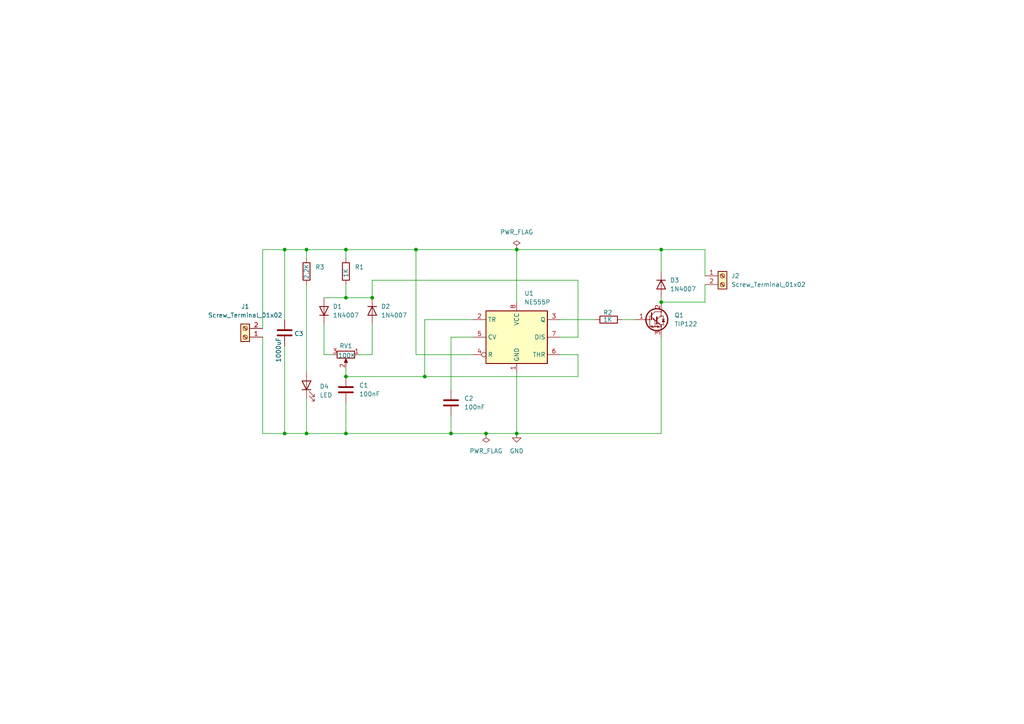
<source format=kicad_sch>
(kicad_sch
	(version 20231120)
	(generator "eeschema")
	(generator_version "8.0")
	(uuid "4b42d8de-9bc0-4ac3-a005-9bf91045f980")
	(paper "A4")
	(title_block
		(title "DC Motor Speed Controller")
		(date "2024-08-11")
		(company "Ampnics")
		(comment 1 "Drawn By- Engineer Ammar")
	)
	(lib_symbols
		(symbol "Connector:Screw_Terminal_01x02"
			(pin_names
				(offset 1.016) hide)
			(exclude_from_sim no)
			(in_bom yes)
			(on_board yes)
			(property "Reference" "J"
				(at 0 2.54 0)
				(effects
					(font
						(size 1.27 1.27)
					)
				)
			)
			(property "Value" "Screw_Terminal_01x02"
				(at 0 -5.08 0)
				(effects
					(font
						(size 1.27 1.27)
					)
				)
			)
			(property "Footprint" ""
				(at 0 0 0)
				(effects
					(font
						(size 1.27 1.27)
					)
					(hide yes)
				)
			)
			(property "Datasheet" "~"
				(at 0 0 0)
				(effects
					(font
						(size 1.27 1.27)
					)
					(hide yes)
				)
			)
			(property "Description" "Generic screw terminal, single row, 01x02, script generated (kicad-library-utils/schlib/autogen/connector/)"
				(at 0 0 0)
				(effects
					(font
						(size 1.27 1.27)
					)
					(hide yes)
				)
			)
			(property "ki_keywords" "screw terminal"
				(at 0 0 0)
				(effects
					(font
						(size 1.27 1.27)
					)
					(hide yes)
				)
			)
			(property "ki_fp_filters" "TerminalBlock*:*"
				(at 0 0 0)
				(effects
					(font
						(size 1.27 1.27)
					)
					(hide yes)
				)
			)
			(symbol "Screw_Terminal_01x02_1_1"
				(rectangle
					(start -1.27 1.27)
					(end 1.27 -3.81)
					(stroke
						(width 0.254)
						(type default)
					)
					(fill
						(type background)
					)
				)
				(circle
					(center 0 -2.54)
					(radius 0.635)
					(stroke
						(width 0.1524)
						(type default)
					)
					(fill
						(type none)
					)
				)
				(polyline
					(pts
						(xy -0.5334 -2.2098) (xy 0.3302 -3.048)
					)
					(stroke
						(width 0.1524)
						(type default)
					)
					(fill
						(type none)
					)
				)
				(polyline
					(pts
						(xy -0.5334 0.3302) (xy 0.3302 -0.508)
					)
					(stroke
						(width 0.1524)
						(type default)
					)
					(fill
						(type none)
					)
				)
				(polyline
					(pts
						(xy -0.3556 -2.032) (xy 0.508 -2.8702)
					)
					(stroke
						(width 0.1524)
						(type default)
					)
					(fill
						(type none)
					)
				)
				(polyline
					(pts
						(xy -0.3556 0.508) (xy 0.508 -0.3302)
					)
					(stroke
						(width 0.1524)
						(type default)
					)
					(fill
						(type none)
					)
				)
				(circle
					(center 0 0)
					(radius 0.635)
					(stroke
						(width 0.1524)
						(type default)
					)
					(fill
						(type none)
					)
				)
				(pin passive line
					(at -5.08 0 0)
					(length 3.81)
					(name "Pin_1"
						(effects
							(font
								(size 1.27 1.27)
							)
						)
					)
					(number "1"
						(effects
							(font
								(size 1.27 1.27)
							)
						)
					)
				)
				(pin passive line
					(at -5.08 -2.54 0)
					(length 3.81)
					(name "Pin_2"
						(effects
							(font
								(size 1.27 1.27)
							)
						)
					)
					(number "2"
						(effects
							(font
								(size 1.27 1.27)
							)
						)
					)
				)
			)
		)
		(symbol "Device:C"
			(pin_numbers hide)
			(pin_names
				(offset 0.254)
			)
			(exclude_from_sim no)
			(in_bom yes)
			(on_board yes)
			(property "Reference" "C"
				(at 0.635 2.54 0)
				(effects
					(font
						(size 1.27 1.27)
					)
					(justify left)
				)
			)
			(property "Value" "C"
				(at 0.635 -2.54 0)
				(effects
					(font
						(size 1.27 1.27)
					)
					(justify left)
				)
			)
			(property "Footprint" ""
				(at 0.9652 -3.81 0)
				(effects
					(font
						(size 1.27 1.27)
					)
					(hide yes)
				)
			)
			(property "Datasheet" "~"
				(at 0 0 0)
				(effects
					(font
						(size 1.27 1.27)
					)
					(hide yes)
				)
			)
			(property "Description" "Unpolarized capacitor"
				(at 0 0 0)
				(effects
					(font
						(size 1.27 1.27)
					)
					(hide yes)
				)
			)
			(property "ki_keywords" "cap capacitor"
				(at 0 0 0)
				(effects
					(font
						(size 1.27 1.27)
					)
					(hide yes)
				)
			)
			(property "ki_fp_filters" "C_*"
				(at 0 0 0)
				(effects
					(font
						(size 1.27 1.27)
					)
					(hide yes)
				)
			)
			(symbol "C_0_1"
				(polyline
					(pts
						(xy -2.032 -0.762) (xy 2.032 -0.762)
					)
					(stroke
						(width 0.508)
						(type default)
					)
					(fill
						(type none)
					)
				)
				(polyline
					(pts
						(xy -2.032 0.762) (xy 2.032 0.762)
					)
					(stroke
						(width 0.508)
						(type default)
					)
					(fill
						(type none)
					)
				)
			)
			(symbol "C_1_1"
				(pin passive line
					(at 0 3.81 270)
					(length 2.794)
					(name "~"
						(effects
							(font
								(size 1.27 1.27)
							)
						)
					)
					(number "1"
						(effects
							(font
								(size 1.27 1.27)
							)
						)
					)
				)
				(pin passive line
					(at 0 -3.81 90)
					(length 2.794)
					(name "~"
						(effects
							(font
								(size 1.27 1.27)
							)
						)
					)
					(number "2"
						(effects
							(font
								(size 1.27 1.27)
							)
						)
					)
				)
			)
		)
		(symbol "Device:LED"
			(pin_numbers hide)
			(pin_names
				(offset 1.016) hide)
			(exclude_from_sim no)
			(in_bom yes)
			(on_board yes)
			(property "Reference" "D"
				(at 0 2.54 0)
				(effects
					(font
						(size 1.27 1.27)
					)
				)
			)
			(property "Value" "LED"
				(at 0 -2.54 0)
				(effects
					(font
						(size 1.27 1.27)
					)
				)
			)
			(property "Footprint" ""
				(at 0 0 0)
				(effects
					(font
						(size 1.27 1.27)
					)
					(hide yes)
				)
			)
			(property "Datasheet" "~"
				(at 0 0 0)
				(effects
					(font
						(size 1.27 1.27)
					)
					(hide yes)
				)
			)
			(property "Description" "Light emitting diode"
				(at 0 0 0)
				(effects
					(font
						(size 1.27 1.27)
					)
					(hide yes)
				)
			)
			(property "ki_keywords" "LED diode"
				(at 0 0 0)
				(effects
					(font
						(size 1.27 1.27)
					)
					(hide yes)
				)
			)
			(property "ki_fp_filters" "LED* LED_SMD:* LED_THT:*"
				(at 0 0 0)
				(effects
					(font
						(size 1.27 1.27)
					)
					(hide yes)
				)
			)
			(symbol "LED_0_1"
				(polyline
					(pts
						(xy -1.27 -1.27) (xy -1.27 1.27)
					)
					(stroke
						(width 0.254)
						(type default)
					)
					(fill
						(type none)
					)
				)
				(polyline
					(pts
						(xy -1.27 0) (xy 1.27 0)
					)
					(stroke
						(width 0)
						(type default)
					)
					(fill
						(type none)
					)
				)
				(polyline
					(pts
						(xy 1.27 -1.27) (xy 1.27 1.27) (xy -1.27 0) (xy 1.27 -1.27)
					)
					(stroke
						(width 0.254)
						(type default)
					)
					(fill
						(type none)
					)
				)
				(polyline
					(pts
						(xy -3.048 -0.762) (xy -4.572 -2.286) (xy -3.81 -2.286) (xy -4.572 -2.286) (xy -4.572 -1.524)
					)
					(stroke
						(width 0)
						(type default)
					)
					(fill
						(type none)
					)
				)
				(polyline
					(pts
						(xy -1.778 -0.762) (xy -3.302 -2.286) (xy -2.54 -2.286) (xy -3.302 -2.286) (xy -3.302 -1.524)
					)
					(stroke
						(width 0)
						(type default)
					)
					(fill
						(type none)
					)
				)
			)
			(symbol "LED_1_1"
				(pin passive line
					(at -3.81 0 0)
					(length 2.54)
					(name "K"
						(effects
							(font
								(size 1.27 1.27)
							)
						)
					)
					(number "1"
						(effects
							(font
								(size 1.27 1.27)
							)
						)
					)
				)
				(pin passive line
					(at 3.81 0 180)
					(length 2.54)
					(name "A"
						(effects
							(font
								(size 1.27 1.27)
							)
						)
					)
					(number "2"
						(effects
							(font
								(size 1.27 1.27)
							)
						)
					)
				)
			)
		)
		(symbol "Device:R"
			(pin_numbers hide)
			(pin_names
				(offset 0)
			)
			(exclude_from_sim no)
			(in_bom yes)
			(on_board yes)
			(property "Reference" "R"
				(at 2.032 0 90)
				(effects
					(font
						(size 1.27 1.27)
					)
				)
			)
			(property "Value" "R"
				(at 0 0 90)
				(effects
					(font
						(size 1.27 1.27)
					)
				)
			)
			(property "Footprint" ""
				(at -1.778 0 90)
				(effects
					(font
						(size 1.27 1.27)
					)
					(hide yes)
				)
			)
			(property "Datasheet" "~"
				(at 0 0 0)
				(effects
					(font
						(size 1.27 1.27)
					)
					(hide yes)
				)
			)
			(property "Description" "Resistor"
				(at 0 0 0)
				(effects
					(font
						(size 1.27 1.27)
					)
					(hide yes)
				)
			)
			(property "ki_keywords" "R res resistor"
				(at 0 0 0)
				(effects
					(font
						(size 1.27 1.27)
					)
					(hide yes)
				)
			)
			(property "ki_fp_filters" "R_*"
				(at 0 0 0)
				(effects
					(font
						(size 1.27 1.27)
					)
					(hide yes)
				)
			)
			(symbol "R_0_1"
				(rectangle
					(start -1.016 -2.54)
					(end 1.016 2.54)
					(stroke
						(width 0.254)
						(type default)
					)
					(fill
						(type none)
					)
				)
			)
			(symbol "R_1_1"
				(pin passive line
					(at 0 3.81 270)
					(length 1.27)
					(name "~"
						(effects
							(font
								(size 1.27 1.27)
							)
						)
					)
					(number "1"
						(effects
							(font
								(size 1.27 1.27)
							)
						)
					)
				)
				(pin passive line
					(at 0 -3.81 90)
					(length 1.27)
					(name "~"
						(effects
							(font
								(size 1.27 1.27)
							)
						)
					)
					(number "2"
						(effects
							(font
								(size 1.27 1.27)
							)
						)
					)
				)
			)
		)
		(symbol "Device:R_Potentiometer"
			(pin_names
				(offset 1.016) hide)
			(exclude_from_sim no)
			(in_bom yes)
			(on_board yes)
			(property "Reference" "RV"
				(at -4.445 0 90)
				(effects
					(font
						(size 1.27 1.27)
					)
				)
			)
			(property "Value" "R_Potentiometer"
				(at -2.54 0 90)
				(effects
					(font
						(size 1.27 1.27)
					)
				)
			)
			(property "Footprint" ""
				(at 0 0 0)
				(effects
					(font
						(size 1.27 1.27)
					)
					(hide yes)
				)
			)
			(property "Datasheet" "~"
				(at 0 0 0)
				(effects
					(font
						(size 1.27 1.27)
					)
					(hide yes)
				)
			)
			(property "Description" "Potentiometer"
				(at 0 0 0)
				(effects
					(font
						(size 1.27 1.27)
					)
					(hide yes)
				)
			)
			(property "ki_keywords" "resistor variable"
				(at 0 0 0)
				(effects
					(font
						(size 1.27 1.27)
					)
					(hide yes)
				)
			)
			(property "ki_fp_filters" "Potentiometer*"
				(at 0 0 0)
				(effects
					(font
						(size 1.27 1.27)
					)
					(hide yes)
				)
			)
			(symbol "R_Potentiometer_0_1"
				(polyline
					(pts
						(xy 2.54 0) (xy 1.524 0)
					)
					(stroke
						(width 0)
						(type default)
					)
					(fill
						(type none)
					)
				)
				(polyline
					(pts
						(xy 1.143 0) (xy 2.286 0.508) (xy 2.286 -0.508) (xy 1.143 0)
					)
					(stroke
						(width 0)
						(type default)
					)
					(fill
						(type outline)
					)
				)
				(rectangle
					(start 1.016 2.54)
					(end -1.016 -2.54)
					(stroke
						(width 0.254)
						(type default)
					)
					(fill
						(type none)
					)
				)
			)
			(symbol "R_Potentiometer_1_1"
				(pin passive line
					(at 0 3.81 270)
					(length 1.27)
					(name "1"
						(effects
							(font
								(size 1.27 1.27)
							)
						)
					)
					(number "1"
						(effects
							(font
								(size 1.27 1.27)
							)
						)
					)
				)
				(pin passive line
					(at 3.81 0 180)
					(length 1.27)
					(name "2"
						(effects
							(font
								(size 1.27 1.27)
							)
						)
					)
					(number "2"
						(effects
							(font
								(size 1.27 1.27)
							)
						)
					)
				)
				(pin passive line
					(at 0 -3.81 90)
					(length 1.27)
					(name "3"
						(effects
							(font
								(size 1.27 1.27)
							)
						)
					)
					(number "3"
						(effects
							(font
								(size 1.27 1.27)
							)
						)
					)
				)
			)
		)
		(symbol "Diode:1N4007"
			(pin_numbers hide)
			(pin_names hide)
			(exclude_from_sim no)
			(in_bom yes)
			(on_board yes)
			(property "Reference" "D"
				(at 0 2.54 0)
				(effects
					(font
						(size 1.27 1.27)
					)
				)
			)
			(property "Value" "1N4007"
				(at 0 -2.54 0)
				(effects
					(font
						(size 1.27 1.27)
					)
				)
			)
			(property "Footprint" "Diode_THT:D_DO-41_SOD81_P10.16mm_Horizontal"
				(at 0 -4.445 0)
				(effects
					(font
						(size 1.27 1.27)
					)
					(hide yes)
				)
			)
			(property "Datasheet" "http://www.vishay.com/docs/88503/1n4001.pdf"
				(at 0 0 0)
				(effects
					(font
						(size 1.27 1.27)
					)
					(hide yes)
				)
			)
			(property "Description" "1000V 1A General Purpose Rectifier Diode, DO-41"
				(at 0 0 0)
				(effects
					(font
						(size 1.27 1.27)
					)
					(hide yes)
				)
			)
			(property "Sim.Device" "D"
				(at 0 0 0)
				(effects
					(font
						(size 1.27 1.27)
					)
					(hide yes)
				)
			)
			(property "Sim.Pins" "1=K 2=A"
				(at 0 0 0)
				(effects
					(font
						(size 1.27 1.27)
					)
					(hide yes)
				)
			)
			(property "ki_keywords" "diode"
				(at 0 0 0)
				(effects
					(font
						(size 1.27 1.27)
					)
					(hide yes)
				)
			)
			(property "ki_fp_filters" "D*DO?41*"
				(at 0 0 0)
				(effects
					(font
						(size 1.27 1.27)
					)
					(hide yes)
				)
			)
			(symbol "1N4007_0_1"
				(polyline
					(pts
						(xy -1.27 1.27) (xy -1.27 -1.27)
					)
					(stroke
						(width 0.254)
						(type default)
					)
					(fill
						(type none)
					)
				)
				(polyline
					(pts
						(xy 1.27 0) (xy -1.27 0)
					)
					(stroke
						(width 0)
						(type default)
					)
					(fill
						(type none)
					)
				)
				(polyline
					(pts
						(xy 1.27 1.27) (xy 1.27 -1.27) (xy -1.27 0) (xy 1.27 1.27)
					)
					(stroke
						(width 0.254)
						(type default)
					)
					(fill
						(type none)
					)
				)
			)
			(symbol "1N4007_1_1"
				(pin passive line
					(at -3.81 0 0)
					(length 2.54)
					(name "K"
						(effects
							(font
								(size 1.27 1.27)
							)
						)
					)
					(number "1"
						(effects
							(font
								(size 1.27 1.27)
							)
						)
					)
				)
				(pin passive line
					(at 3.81 0 180)
					(length 2.54)
					(name "A"
						(effects
							(font
								(size 1.27 1.27)
							)
						)
					)
					(number "2"
						(effects
							(font
								(size 1.27 1.27)
							)
						)
					)
				)
			)
		)
		(symbol "Timer:NE555P"
			(exclude_from_sim no)
			(in_bom yes)
			(on_board yes)
			(property "Reference" "U"
				(at -10.16 8.89 0)
				(effects
					(font
						(size 1.27 1.27)
					)
					(justify left)
				)
			)
			(property "Value" "NE555P"
				(at 2.54 8.89 0)
				(effects
					(font
						(size 1.27 1.27)
					)
					(justify left)
				)
			)
			(property "Footprint" "Package_DIP:DIP-8_W7.62mm"
				(at 16.51 -10.16 0)
				(effects
					(font
						(size 1.27 1.27)
					)
					(hide yes)
				)
			)
			(property "Datasheet" "http://www.ti.com/lit/ds/symlink/ne555.pdf"
				(at 21.59 -10.16 0)
				(effects
					(font
						(size 1.27 1.27)
					)
					(hide yes)
				)
			)
			(property "Description" "Precision Timers, 555 compatible,  PDIP-8"
				(at 0 0 0)
				(effects
					(font
						(size 1.27 1.27)
					)
					(hide yes)
				)
			)
			(property "ki_keywords" "single timer 555"
				(at 0 0 0)
				(effects
					(font
						(size 1.27 1.27)
					)
					(hide yes)
				)
			)
			(property "ki_fp_filters" "DIP*W7.62mm*"
				(at 0 0 0)
				(effects
					(font
						(size 1.27 1.27)
					)
					(hide yes)
				)
			)
			(symbol "NE555P_0_0"
				(pin power_in line
					(at 0 -10.16 90)
					(length 2.54)
					(name "GND"
						(effects
							(font
								(size 1.27 1.27)
							)
						)
					)
					(number "1"
						(effects
							(font
								(size 1.27 1.27)
							)
						)
					)
				)
				(pin power_in line
					(at 0 10.16 270)
					(length 2.54)
					(name "VCC"
						(effects
							(font
								(size 1.27 1.27)
							)
						)
					)
					(number "8"
						(effects
							(font
								(size 1.27 1.27)
							)
						)
					)
				)
			)
			(symbol "NE555P_0_1"
				(rectangle
					(start -8.89 -7.62)
					(end 8.89 7.62)
					(stroke
						(width 0.254)
						(type default)
					)
					(fill
						(type background)
					)
				)
				(rectangle
					(start -8.89 -7.62)
					(end 8.89 7.62)
					(stroke
						(width 0.254)
						(type default)
					)
					(fill
						(type background)
					)
				)
			)
			(symbol "NE555P_1_1"
				(pin input line
					(at -12.7 5.08 0)
					(length 3.81)
					(name "TR"
						(effects
							(font
								(size 1.27 1.27)
							)
						)
					)
					(number "2"
						(effects
							(font
								(size 1.27 1.27)
							)
						)
					)
				)
				(pin output line
					(at 12.7 5.08 180)
					(length 3.81)
					(name "Q"
						(effects
							(font
								(size 1.27 1.27)
							)
						)
					)
					(number "3"
						(effects
							(font
								(size 1.27 1.27)
							)
						)
					)
				)
				(pin input inverted
					(at -12.7 -5.08 0)
					(length 3.81)
					(name "R"
						(effects
							(font
								(size 1.27 1.27)
							)
						)
					)
					(number "4"
						(effects
							(font
								(size 1.27 1.27)
							)
						)
					)
				)
				(pin input line
					(at -12.7 0 0)
					(length 3.81)
					(name "CV"
						(effects
							(font
								(size 1.27 1.27)
							)
						)
					)
					(number "5"
						(effects
							(font
								(size 1.27 1.27)
							)
						)
					)
				)
				(pin input line
					(at 12.7 -5.08 180)
					(length 3.81)
					(name "THR"
						(effects
							(font
								(size 1.27 1.27)
							)
						)
					)
					(number "6"
						(effects
							(font
								(size 1.27 1.27)
							)
						)
					)
				)
				(pin input line
					(at 12.7 0 180)
					(length 3.81)
					(name "DIS"
						(effects
							(font
								(size 1.27 1.27)
							)
						)
					)
					(number "7"
						(effects
							(font
								(size 1.27 1.27)
							)
						)
					)
				)
			)
		)
		(symbol "Transistor_BJT:TIP122"
			(pin_names
				(offset 0) hide)
			(exclude_from_sim no)
			(in_bom yes)
			(on_board yes)
			(property "Reference" "Q"
				(at 5.08 1.905 0)
				(effects
					(font
						(size 1.27 1.27)
					)
					(justify left)
				)
			)
			(property "Value" "TIP122"
				(at 5.08 0 0)
				(effects
					(font
						(size 1.27 1.27)
					)
					(justify left)
				)
			)
			(property "Footprint" "Package_TO_SOT_THT:TO-220-3_Vertical"
				(at 5.08 -1.905 0)
				(effects
					(font
						(size 1.27 1.27)
						(italic yes)
					)
					(justify left)
					(hide yes)
				)
			)
			(property "Datasheet" "https://www.onsemi.com/pub/Collateral/TIP120-D.PDF"
				(at 0 0 0)
				(effects
					(font
						(size 1.27 1.27)
					)
					(justify left)
					(hide yes)
				)
			)
			(property "Description" "5A Ic, 100V Vce, Silicon Darlington Power NPN Transistor, TO-220"
				(at 0 0 0)
				(effects
					(font
						(size 1.27 1.27)
					)
					(hide yes)
				)
			)
			(property "ki_keywords" "Darlington Power NPN Transistor"
				(at 0 0 0)
				(effects
					(font
						(size 1.27 1.27)
					)
					(hide yes)
				)
			)
			(property "ki_fp_filters" "TO?220*"
				(at 0 0 0)
				(effects
					(font
						(size 1.27 1.27)
					)
					(hide yes)
				)
			)
			(symbol "TIP122_0_1"
				(circle
					(center -0.762 0)
					(radius 0.127)
					(stroke
						(width 0)
						(type default)
					)
					(fill
						(type none)
					)
				)
				(polyline
					(pts
						(xy -1.27 0) (xy -0.889 0)
					)
					(stroke
						(width 0)
						(type default)
					)
					(fill
						(type none)
					)
				)
				(polyline
					(pts
						(xy 2.54 -2.032) (xy 2.54 -2.54)
					)
					(stroke
						(width 0)
						(type default)
					)
					(fill
						(type none)
					)
				)
				(polyline
					(pts
						(xy 2.54 -1.524) (xy 3.175 -1.524)
					)
					(stroke
						(width 0)
						(type default)
					)
					(fill
						(type none)
					)
				)
				(polyline
					(pts
						(xy 2.794 0.127) (xy 3.556 0.127)
					)
					(stroke
						(width 0)
						(type default)
					)
					(fill
						(type none)
					)
				)
				(polyline
					(pts
						(xy 3.175 -0.635) (xy 3.175 -1.524)
					)
					(stroke
						(width 0)
						(type default)
					)
					(fill
						(type none)
					)
				)
				(polyline
					(pts
						(xy 3.175 1.016) (xy 2.54 1.016)
					)
					(stroke
						(width 0)
						(type default)
					)
					(fill
						(type none)
					)
				)
				(polyline
					(pts
						(xy 3.175 1.016) (xy 3.175 0.127)
					)
					(stroke
						(width 0)
						(type default)
					)
					(fill
						(type none)
					)
				)
				(polyline
					(pts
						(xy -0.254 0.762) (xy 0.762 -0.254) (xy 1.27 -0.254)
					)
					(stroke
						(width 0)
						(type default)
					)
					(fill
						(type none)
					)
				)
				(polyline
					(pts
						(xy -0.254 1.016) (xy -0.762 1.016) (xy -0.762 -2.032)
					)
					(stroke
						(width 0)
						(type default)
					)
					(fill
						(type none)
					)
				)
				(polyline
					(pts
						(xy -0.254 1.27) (xy 0.762 2.286) (xy 2.54 2.286)
					)
					(stroke
						(width 0)
						(type default)
					)
					(fill
						(type none)
					)
				)
				(polyline
					(pts
						(xy -0.254 2.032) (xy -0.254 0) (xy -0.254 0)
					)
					(stroke
						(width 0.3048)
						(type default)
					)
					(fill
						(type none)
					)
				)
				(polyline
					(pts
						(xy 1.27 0.762) (xy 1.27 -1.27) (xy 1.27 -1.27)
					)
					(stroke
						(width 0.381)
						(type default)
					)
					(fill
						(type none)
					)
				)
				(polyline
					(pts
						(xy 0.635 -0.127) (xy 0.381 0.381) (xy 0.127 0.127) (xy 0.635 -0.127)
					)
					(stroke
						(width 0)
						(type default)
					)
					(fill
						(type none)
					)
				)
				(polyline
					(pts
						(xy 1.27 -0.508) (xy 2.286 -1.524) (xy 2.54 -1.524) (xy 2.54 -2.032)
					)
					(stroke
						(width 0)
						(type default)
					)
					(fill
						(type none)
					)
				)
				(polyline
					(pts
						(xy 1.27 0) (xy 2.286 1.016) (xy 2.54 1.016) (xy 2.54 2.286)
					)
					(stroke
						(width 0)
						(type default)
					)
					(fill
						(type none)
					)
				)
				(polyline
					(pts
						(xy 2.159 -1.397) (xy 1.905 -0.889) (xy 1.651 -1.143) (xy 2.159 -1.397)
					)
					(stroke
						(width 0)
						(type default)
					)
					(fill
						(type none)
					)
				)
				(polyline
					(pts
						(xy 3.175 0.127) (xy 2.794 -0.635) (xy 3.556 -0.635) (xy 3.175 0.127)
					)
					(stroke
						(width 0)
						(type default)
					)
					(fill
						(type outline)
					)
				)
				(polyline
					(pts
						(xy 0.762 -2.032) (xy 0.381 -2.032) (xy 0.254 -2.286) (xy 0.127 -1.778) (xy 0 -2.286) (xy -0.127 -1.778)
						(xy -0.254 -2.286) (xy -0.381 -1.778) (xy -0.508 -2.032) (xy -0.762 -2.032)
					)
					(stroke
						(width 0)
						(type default)
					)
					(fill
						(type none)
					)
				)
				(polyline
					(pts
						(xy 0.762 -0.254) (xy 0.762 -2.032) (xy 1.143 -2.032) (xy 1.27 -1.778) (xy 1.397 -2.286) (xy 1.524 -1.778)
						(xy 1.651 -2.286) (xy 1.778 -1.778) (xy 1.905 -2.286) (xy 2.032 -2.032) (xy 2.54 -2.032)
					)
					(stroke
						(width 0)
						(type default)
					)
					(fill
						(type none)
					)
				)
				(circle
					(center 0.762 -2.032)
					(radius 0.127)
					(stroke
						(width 0)
						(type default)
					)
					(fill
						(type none)
					)
				)
				(circle
					(center 0.762 -0.254)
					(radius 0.127)
					(stroke
						(width 0)
						(type default)
					)
					(fill
						(type none)
					)
				)
				(circle
					(center 1.27 0)
					(radius 3.175)
					(stroke
						(width 0.3556)
						(type default)
					)
					(fill
						(type none)
					)
				)
				(circle
					(center 2.54 -2.032)
					(radius 0.127)
					(stroke
						(width 0)
						(type default)
					)
					(fill
						(type none)
					)
				)
				(circle
					(center 2.54 -1.524)
					(radius 0.127)
					(stroke
						(width 0)
						(type default)
					)
					(fill
						(type none)
					)
				)
				(circle
					(center 2.54 1.016)
					(radius 0.127)
					(stroke
						(width 0)
						(type default)
					)
					(fill
						(type none)
					)
				)
				(circle
					(center 2.54 2.286)
					(radius 0.127)
					(stroke
						(width 0)
						(type default)
					)
					(fill
						(type none)
					)
				)
			)
			(symbol "TIP122_1_1"
				(pin input line
					(at -5.08 0 0)
					(length 3.81)
					(name "B"
						(effects
							(font
								(size 1.27 1.27)
							)
						)
					)
					(number "1"
						(effects
							(font
								(size 1.27 1.27)
							)
						)
					)
				)
				(pin passive line
					(at 2.54 5.08 270)
					(length 2.667)
					(name "C"
						(effects
							(font
								(size 1.27 1.27)
							)
						)
					)
					(number "2"
						(effects
							(font
								(size 1.27 1.27)
							)
						)
					)
				)
				(pin passive line
					(at 2.54 -5.08 90)
					(length 2.54)
					(name "E"
						(effects
							(font
								(size 1.27 1.27)
							)
						)
					)
					(number "3"
						(effects
							(font
								(size 1.27 1.27)
							)
						)
					)
				)
			)
		)
		(symbol "power:GND"
			(power)
			(pin_numbers hide)
			(pin_names
				(offset 0) hide)
			(exclude_from_sim no)
			(in_bom yes)
			(on_board yes)
			(property "Reference" "#PWR"
				(at 0 -6.35 0)
				(effects
					(font
						(size 1.27 1.27)
					)
					(hide yes)
				)
			)
			(property "Value" "GND"
				(at 0 -3.81 0)
				(effects
					(font
						(size 1.27 1.27)
					)
				)
			)
			(property "Footprint" ""
				(at 0 0 0)
				(effects
					(font
						(size 1.27 1.27)
					)
					(hide yes)
				)
			)
			(property "Datasheet" ""
				(at 0 0 0)
				(effects
					(font
						(size 1.27 1.27)
					)
					(hide yes)
				)
			)
			(property "Description" "Power symbol creates a global label with name \"GND\" , ground"
				(at 0 0 0)
				(effects
					(font
						(size 1.27 1.27)
					)
					(hide yes)
				)
			)
			(property "ki_keywords" "global power"
				(at 0 0 0)
				(effects
					(font
						(size 1.27 1.27)
					)
					(hide yes)
				)
			)
			(symbol "GND_0_1"
				(polyline
					(pts
						(xy 0 0) (xy 0 -1.27) (xy 1.27 -1.27) (xy 0 -2.54) (xy -1.27 -1.27) (xy 0 -1.27)
					)
					(stroke
						(width 0)
						(type default)
					)
					(fill
						(type none)
					)
				)
			)
			(symbol "GND_1_1"
				(pin power_in line
					(at 0 0 270)
					(length 0)
					(name "~"
						(effects
							(font
								(size 1.27 1.27)
							)
						)
					)
					(number "1"
						(effects
							(font
								(size 1.27 1.27)
							)
						)
					)
				)
			)
		)
		(symbol "power:PWR_FLAG"
			(power)
			(pin_numbers hide)
			(pin_names
				(offset 0) hide)
			(exclude_from_sim no)
			(in_bom yes)
			(on_board yes)
			(property "Reference" "#FLG"
				(at 0 1.905 0)
				(effects
					(font
						(size 1.27 1.27)
					)
					(hide yes)
				)
			)
			(property "Value" "PWR_FLAG"
				(at 0 3.81 0)
				(effects
					(font
						(size 1.27 1.27)
					)
				)
			)
			(property "Footprint" ""
				(at 0 0 0)
				(effects
					(font
						(size 1.27 1.27)
					)
					(hide yes)
				)
			)
			(property "Datasheet" "~"
				(at 0 0 0)
				(effects
					(font
						(size 1.27 1.27)
					)
					(hide yes)
				)
			)
			(property "Description" "Special symbol for telling ERC where power comes from"
				(at 0 0 0)
				(effects
					(font
						(size 1.27 1.27)
					)
					(hide yes)
				)
			)
			(property "ki_keywords" "flag power"
				(at 0 0 0)
				(effects
					(font
						(size 1.27 1.27)
					)
					(hide yes)
				)
			)
			(symbol "PWR_FLAG_0_0"
				(pin power_out line
					(at 0 0 90)
					(length 0)
					(name "~"
						(effects
							(font
								(size 1.27 1.27)
							)
						)
					)
					(number "1"
						(effects
							(font
								(size 1.27 1.27)
							)
						)
					)
				)
			)
			(symbol "PWR_FLAG_0_1"
				(polyline
					(pts
						(xy 0 0) (xy 0 1.27) (xy -1.016 1.905) (xy 0 2.54) (xy 1.016 1.905) (xy 0 1.27)
					)
					(stroke
						(width 0)
						(type default)
					)
					(fill
						(type none)
					)
				)
			)
		)
	)
	(junction
		(at 123.19 109.22)
		(diameter 0)
		(color 0 0 0 0)
		(uuid "0335e6d5-e1a7-4d55-93a5-69450a7da533")
	)
	(junction
		(at 88.9 125.73)
		(diameter 0)
		(color 0 0 0 0)
		(uuid "203062ad-7b72-49d3-96ef-5129556f0ed7")
	)
	(junction
		(at 100.33 86.36)
		(diameter 0)
		(color 0 0 0 0)
		(uuid "3b8f4e23-fbb5-4a1f-81c6-9e951c9de31f")
	)
	(junction
		(at 149.86 72.39)
		(diameter 0)
		(color 0 0 0 0)
		(uuid "45733d55-9eb7-4ada-9116-97747c122265")
	)
	(junction
		(at 130.81 125.73)
		(diameter 0)
		(color 0 0 0 0)
		(uuid "56e4c2f7-fd99-4a45-9950-005b2bd2ff0e")
	)
	(junction
		(at 191.77 87.63)
		(diameter 0)
		(color 0 0 0 0)
		(uuid "5aa4cc6d-4a29-4b82-be47-0a5949ceac60")
	)
	(junction
		(at 107.95 86.36)
		(diameter 0)
		(color 0 0 0 0)
		(uuid "6d775ba5-478a-4fd2-8ce7-4169c5c808a4")
	)
	(junction
		(at 191.77 72.39)
		(diameter 0)
		(color 0 0 0 0)
		(uuid "96d15246-f4b4-4055-99bd-9714bedff6a9")
	)
	(junction
		(at 149.86 125.73)
		(diameter 0)
		(color 0 0 0 0)
		(uuid "bc77b7bc-1038-4a47-9ce2-1ffdf7d51eea")
	)
	(junction
		(at 82.55 125.73)
		(diameter 0)
		(color 0 0 0 0)
		(uuid "c464632a-dcfa-467d-a532-8744d1116ea7")
	)
	(junction
		(at 140.97 125.73)
		(diameter 0)
		(color 0 0 0 0)
		(uuid "d398a2f2-496c-4c3f-90fe-3d0f07a2e0cd")
	)
	(junction
		(at 100.33 72.39)
		(diameter 0)
		(color 0 0 0 0)
		(uuid "dddbd58b-9d32-4670-a3e7-fd45b4ebd876")
	)
	(junction
		(at 100.33 125.73)
		(diameter 0)
		(color 0 0 0 0)
		(uuid "df04086b-c4d1-406e-9793-548e22eea436")
	)
	(junction
		(at 100.33 109.22)
		(diameter 0)
		(color 0 0 0 0)
		(uuid "e281f134-b82a-46a0-b1c7-084b653caab5")
	)
	(junction
		(at 82.55 72.39)
		(diameter 0)
		(color 0 0 0 0)
		(uuid "eb04459a-ecf5-4b0a-a4b2-7f344c713602")
	)
	(junction
		(at 88.9 72.39)
		(diameter 0)
		(color 0 0 0 0)
		(uuid "ed74b1eb-4899-4641-8afb-77f7bce727f2")
	)
	(junction
		(at 120.65 72.39)
		(diameter 0)
		(color 0 0 0 0)
		(uuid "f36d2a0e-04de-49d8-a221-baab52c9d6f3")
	)
	(wire
		(pts
			(xy 162.56 92.71) (xy 172.72 92.71)
		)
		(stroke
			(width 0)
			(type default)
		)
		(uuid "000257fe-ab1d-455e-bc35-b699f927eb9d")
	)
	(wire
		(pts
			(xy 140.97 125.73) (xy 149.86 125.73)
		)
		(stroke
			(width 0)
			(type default)
		)
		(uuid "072d53c0-7a35-4ecd-abcc-1690d887d99b")
	)
	(wire
		(pts
			(xy 120.65 72.39) (xy 100.33 72.39)
		)
		(stroke
			(width 0)
			(type default)
		)
		(uuid "076b570e-1e9b-4870-8987-a9cc9ad57a5f")
	)
	(wire
		(pts
			(xy 130.81 125.73) (xy 140.97 125.73)
		)
		(stroke
			(width 0)
			(type default)
		)
		(uuid "141343ac-32d9-4868-845f-740adbd20fb7")
	)
	(wire
		(pts
			(xy 191.77 97.79) (xy 191.77 125.73)
		)
		(stroke
			(width 0)
			(type default)
		)
		(uuid "15158382-d211-4200-98cf-fe164ebded73")
	)
	(wire
		(pts
			(xy 93.98 102.87) (xy 96.52 102.87)
		)
		(stroke
			(width 0)
			(type default)
		)
		(uuid "1944a99f-8ed7-4e38-b431-4ad9e48d4d65")
	)
	(wire
		(pts
			(xy 204.47 72.39) (xy 191.77 72.39)
		)
		(stroke
			(width 0)
			(type default)
		)
		(uuid "1952f5d9-3af6-4be7-8518-cb6e98aa4bbb")
	)
	(wire
		(pts
			(xy 162.56 97.79) (xy 167.64 97.79)
		)
		(stroke
			(width 0)
			(type default)
		)
		(uuid "19868de6-1f22-4c25-be2b-045f8fe0c6e0")
	)
	(wire
		(pts
			(xy 100.33 116.84) (xy 100.33 125.73)
		)
		(stroke
			(width 0)
			(type default)
		)
		(uuid "1fb0be4e-2220-4147-8c15-a2d774ab654f")
	)
	(wire
		(pts
			(xy 130.81 120.65) (xy 130.81 125.73)
		)
		(stroke
			(width 0)
			(type default)
		)
		(uuid "248dec3d-6947-4d2a-b109-72ae2e2ea069")
	)
	(wire
		(pts
			(xy 130.81 97.79) (xy 130.81 113.03)
		)
		(stroke
			(width 0)
			(type default)
		)
		(uuid "29e2ea28-23ac-45d6-80c9-58ae4fbc0edc")
	)
	(wire
		(pts
			(xy 107.95 93.98) (xy 107.95 102.87)
		)
		(stroke
			(width 0)
			(type default)
		)
		(uuid "2a56bf6a-9768-49b1-a5e4-7f737c5b3e91")
	)
	(wire
		(pts
			(xy 82.55 100.33) (xy 82.55 125.73)
		)
		(stroke
			(width 0)
			(type default)
		)
		(uuid "2ac79f7e-cc44-4b4f-a98c-5046828e8d13")
	)
	(wire
		(pts
			(xy 120.65 102.87) (xy 120.65 72.39)
		)
		(stroke
			(width 0)
			(type default)
		)
		(uuid "2fd33fa0-b375-4b66-af7e-865a15cff9ea")
	)
	(wire
		(pts
			(xy 149.86 87.63) (xy 149.86 72.39)
		)
		(stroke
			(width 0)
			(type default)
		)
		(uuid "3488543f-4972-4524-a7b9-c09ad74c2454")
	)
	(wire
		(pts
			(xy 82.55 125.73) (xy 88.9 125.73)
		)
		(stroke
			(width 0)
			(type default)
		)
		(uuid "34e35c88-bed2-4608-962b-9faccb13c26f")
	)
	(wire
		(pts
			(xy 149.86 125.73) (xy 149.86 107.95)
		)
		(stroke
			(width 0)
			(type default)
		)
		(uuid "394c9cb1-9738-4d7e-a11e-bfa4986262d7")
	)
	(wire
		(pts
			(xy 137.16 97.79) (xy 130.81 97.79)
		)
		(stroke
			(width 0)
			(type default)
		)
		(uuid "39ae858e-54fe-4a24-9b6b-0bdfb11aa1a0")
	)
	(wire
		(pts
			(xy 137.16 92.71) (xy 123.19 92.71)
		)
		(stroke
			(width 0)
			(type default)
		)
		(uuid "3ff665f3-92c8-4914-bffb-1c6ca49f7f1d")
	)
	(wire
		(pts
			(xy 180.34 92.71) (xy 184.15 92.71)
		)
		(stroke
			(width 0)
			(type default)
		)
		(uuid "4261f19e-e085-47e4-90b3-cbc5c2d8759f")
	)
	(wire
		(pts
			(xy 162.56 102.87) (xy 167.64 102.87)
		)
		(stroke
			(width 0)
			(type default)
		)
		(uuid "49414555-5a7d-4f3e-9c0b-612a8a5b9453")
	)
	(wire
		(pts
			(xy 100.33 86.36) (xy 107.95 86.36)
		)
		(stroke
			(width 0)
			(type default)
		)
		(uuid "4ac103da-843d-4a3f-9b97-fa7da0d7b818")
	)
	(wire
		(pts
			(xy 93.98 86.36) (xy 100.33 86.36)
		)
		(stroke
			(width 0)
			(type default)
		)
		(uuid "5b8d5c73-3e98-4867-a873-488bebaef929")
	)
	(wire
		(pts
			(xy 107.95 102.87) (xy 104.14 102.87)
		)
		(stroke
			(width 0)
			(type default)
		)
		(uuid "5f21ec3a-7a28-46d1-b26f-4fda5728f34d")
	)
	(wire
		(pts
			(xy 204.47 82.55) (xy 204.47 87.63)
		)
		(stroke
			(width 0)
			(type default)
		)
		(uuid "62110c61-6ce6-40c9-82ec-1ef5ff040899")
	)
	(wire
		(pts
			(xy 167.64 102.87) (xy 167.64 109.22)
		)
		(stroke
			(width 0)
			(type default)
		)
		(uuid "62a4bca6-e48f-4e11-9eef-4cb5690ccfb6")
	)
	(wire
		(pts
			(xy 100.33 82.55) (xy 100.33 86.36)
		)
		(stroke
			(width 0)
			(type default)
		)
		(uuid "6519b032-55f8-4e27-bbba-76fae6d83858")
	)
	(wire
		(pts
			(xy 88.9 82.55) (xy 88.9 107.95)
		)
		(stroke
			(width 0)
			(type default)
		)
		(uuid "7d15181a-e5f5-4c4e-8cd8-840a173cb939")
	)
	(wire
		(pts
			(xy 123.19 92.71) (xy 123.19 109.22)
		)
		(stroke
			(width 0)
			(type default)
		)
		(uuid "8494e17b-af66-441e-9b58-19385da5d860")
	)
	(wire
		(pts
			(xy 167.64 81.28) (xy 107.95 81.28)
		)
		(stroke
			(width 0)
			(type default)
		)
		(uuid "a0fe1f5c-02c2-4e41-a894-ab07c598b1a1")
	)
	(wire
		(pts
			(xy 204.47 87.63) (xy 191.77 87.63)
		)
		(stroke
			(width 0)
			(type default)
		)
		(uuid "a115fe91-3ea5-4058-8dcc-4ed52f79c1f3")
	)
	(wire
		(pts
			(xy 100.33 106.68) (xy 100.33 109.22)
		)
		(stroke
			(width 0)
			(type default)
		)
		(uuid "a1f7bf18-69ba-4e0a-9ded-38a91c392eb3")
	)
	(wire
		(pts
			(xy 88.9 115.57) (xy 88.9 125.73)
		)
		(stroke
			(width 0)
			(type default)
		)
		(uuid "a2f1891a-f895-4584-b368-3e2c7bf6799f")
	)
	(wire
		(pts
			(xy 100.33 72.39) (xy 88.9 72.39)
		)
		(stroke
			(width 0)
			(type default)
		)
		(uuid "a66ca701-1692-47cc-a036-59033cd05fb0")
	)
	(wire
		(pts
			(xy 76.2 72.39) (xy 76.2 95.25)
		)
		(stroke
			(width 0)
			(type default)
		)
		(uuid "a9c0e8d1-c4e3-4eaf-b0d5-de334bc90355")
	)
	(wire
		(pts
			(xy 100.33 125.73) (xy 130.81 125.73)
		)
		(stroke
			(width 0)
			(type default)
		)
		(uuid "b01e6e69-574c-490c-9e0f-a61e2ef4bf45")
	)
	(wire
		(pts
			(xy 191.77 86.36) (xy 191.77 87.63)
		)
		(stroke
			(width 0)
			(type default)
		)
		(uuid "b08f7923-a590-432a-a2a1-7110d84fe47f")
	)
	(wire
		(pts
			(xy 204.47 80.01) (xy 204.47 72.39)
		)
		(stroke
			(width 0)
			(type default)
		)
		(uuid "b8ea041e-ca13-4034-8d19-5d4acdff5ee4")
	)
	(wire
		(pts
			(xy 137.16 102.87) (xy 120.65 102.87)
		)
		(stroke
			(width 0)
			(type default)
		)
		(uuid "be658aa6-2a54-4b3d-a942-414debc6dd0b")
	)
	(wire
		(pts
			(xy 88.9 72.39) (xy 88.9 74.93)
		)
		(stroke
			(width 0)
			(type default)
		)
		(uuid "bebf4cbf-074f-447f-919a-321aa027fc4f")
	)
	(wire
		(pts
			(xy 107.95 81.28) (xy 107.95 86.36)
		)
		(stroke
			(width 0)
			(type default)
		)
		(uuid "c2110482-66be-43d1-9352-547115d8095d")
	)
	(wire
		(pts
			(xy 82.55 72.39) (xy 82.55 92.71)
		)
		(stroke
			(width 0)
			(type default)
		)
		(uuid "c665cb06-226a-46d3-bcb3-3aadf3ae123f")
	)
	(wire
		(pts
			(xy 82.55 72.39) (xy 76.2 72.39)
		)
		(stroke
			(width 0)
			(type default)
		)
		(uuid "c70feb69-783f-4c62-bce6-0e888360281a")
	)
	(wire
		(pts
			(xy 167.64 97.79) (xy 167.64 81.28)
		)
		(stroke
			(width 0)
			(type default)
		)
		(uuid "c97e8253-7ef7-4145-ae62-94c0258fcf7e")
	)
	(wire
		(pts
			(xy 167.64 109.22) (xy 123.19 109.22)
		)
		(stroke
			(width 0)
			(type default)
		)
		(uuid "cf81c953-5e71-4bfd-a804-1fd7e6c1cba5")
	)
	(wire
		(pts
			(xy 191.77 72.39) (xy 149.86 72.39)
		)
		(stroke
			(width 0)
			(type default)
		)
		(uuid "cffe1e91-be41-4ec5-b234-a4cd9716595b")
	)
	(wire
		(pts
			(xy 93.98 93.98) (xy 93.98 102.87)
		)
		(stroke
			(width 0)
			(type default)
		)
		(uuid "d2ec7bce-0e37-4391-ad79-cb21315621d9")
	)
	(wire
		(pts
			(xy 88.9 125.73) (xy 100.33 125.73)
		)
		(stroke
			(width 0)
			(type default)
		)
		(uuid "d3fc7868-eab5-419a-8dc7-ee0582289973")
	)
	(wire
		(pts
			(xy 76.2 97.79) (xy 76.2 125.73)
		)
		(stroke
			(width 0)
			(type default)
		)
		(uuid "d5c81ba1-c3e4-47d1-b2fa-a17706e0eb72")
	)
	(wire
		(pts
			(xy 149.86 72.39) (xy 120.65 72.39)
		)
		(stroke
			(width 0)
			(type default)
		)
		(uuid "de96a742-2cdd-49b6-b00a-f84f7b1c21ee")
	)
	(wire
		(pts
			(xy 88.9 72.39) (xy 82.55 72.39)
		)
		(stroke
			(width 0)
			(type default)
		)
		(uuid "e0823ec5-ce48-4c81-9337-0e6d85c1c77d")
	)
	(wire
		(pts
			(xy 191.77 72.39) (xy 191.77 78.74)
		)
		(stroke
			(width 0)
			(type default)
		)
		(uuid "f08c1cb1-b700-4bbe-8fc8-a248943b978e")
	)
	(wire
		(pts
			(xy 191.77 125.73) (xy 149.86 125.73)
		)
		(stroke
			(width 0)
			(type default)
		)
		(uuid "f190e5d7-b375-4868-a4e3-df8de4fbb8f9")
	)
	(wire
		(pts
			(xy 100.33 72.39) (xy 100.33 74.93)
		)
		(stroke
			(width 0)
			(type default)
		)
		(uuid "f480ea91-eea4-44fc-a77c-c3d4c417dabe")
	)
	(wire
		(pts
			(xy 123.19 109.22) (xy 100.33 109.22)
		)
		(stroke
			(width 0)
			(type default)
		)
		(uuid "f7a8de3b-0bfb-49a1-9ace-1dfcab7750e3")
	)
	(wire
		(pts
			(xy 76.2 125.73) (xy 82.55 125.73)
		)
		(stroke
			(width 0)
			(type default)
		)
		(uuid "f8add862-47c7-47ab-9fc5-e517df5e80f3")
	)
	(symbol
		(lib_id "Timer:NE555P")
		(at 149.86 97.79 0)
		(unit 1)
		(exclude_from_sim no)
		(in_bom yes)
		(on_board yes)
		(dnp no)
		(fields_autoplaced yes)
		(uuid "0c3f8818-0d3e-44fc-8830-c9ed9071e5a3")
		(property "Reference" "U1"
			(at 152.0541 85.09 0)
			(effects
				(font
					(size 1.27 1.27)
				)
				(justify left)
			)
		)
		(property "Value" "NE555P"
			(at 152.0541 87.63 0)
			(effects
				(font
					(size 1.27 1.27)
				)
				(justify left)
			)
		)
		(property "Footprint" "Package_DIP:DIP-8_W7.62mm"
			(at 166.37 107.95 0)
			(effects
				(font
					(size 1.27 1.27)
				)
				(hide yes)
			)
		)
		(property "Datasheet" "http://www.ti.com/lit/ds/symlink/ne555.pdf"
			(at 171.45 107.95 0)
			(effects
				(font
					(size 1.27 1.27)
				)
				(hide yes)
			)
		)
		(property "Description" "Precision Timers, 555 compatible,  PDIP-8"
			(at 149.86 97.79 0)
			(effects
				(font
					(size 1.27 1.27)
				)
				(hide yes)
			)
		)
		(pin "6"
			(uuid "3436aa40-8fa3-4def-8ff6-7d0d154293fa")
		)
		(pin "4"
			(uuid "7b787962-6354-4a19-8189-d0dffa6511b6")
		)
		(pin "5"
			(uuid "ebecd586-2d28-4bb8-9cf8-07cf51351104")
		)
		(pin "1"
			(uuid "965db1bf-a8a7-433b-bff3-2c2fe8c0b3cd")
		)
		(pin "8"
			(uuid "c8c9d033-91d3-490c-873a-5e205affa942")
		)
		(pin "3"
			(uuid "ee2f1141-eb84-4670-9511-2ce2a07a292a")
		)
		(pin "7"
			(uuid "b18acea4-157f-4c1f-9b04-e61ef7dba9b5")
		)
		(pin "2"
			(uuid "aa3d5335-156b-48e7-b1b9-b5c5e566ebbb")
		)
		(instances
			(project ""
				(path "/4b42d8de-9bc0-4ac3-a005-9bf91045f980"
					(reference "U1")
					(unit 1)
				)
			)
		)
	)
	(symbol
		(lib_id "power:PWR_FLAG")
		(at 140.97 125.73 180)
		(unit 1)
		(exclude_from_sim no)
		(in_bom yes)
		(on_board yes)
		(dnp no)
		(fields_autoplaced yes)
		(uuid "0f0ff805-345c-4af0-ab85-d05863507006")
		(property "Reference" "#FLG01"
			(at 140.97 127.635 0)
			(effects
				(font
					(size 1.27 1.27)
				)
				(hide yes)
			)
		)
		(property "Value" "PWR_FLAG"
			(at 140.97 130.81 0)
			(effects
				(font
					(size 1.27 1.27)
				)
			)
		)
		(property "Footprint" ""
			(at 140.97 125.73 0)
			(effects
				(font
					(size 1.27 1.27)
				)
				(hide yes)
			)
		)
		(property "Datasheet" "~"
			(at 140.97 125.73 0)
			(effects
				(font
					(size 1.27 1.27)
				)
				(hide yes)
			)
		)
		(property "Description" "Special symbol for telling ERC where power comes from"
			(at 140.97 125.73 0)
			(effects
				(font
					(size 1.27 1.27)
				)
				(hide yes)
			)
		)
		(pin "1"
			(uuid "3ac07197-a9cc-4ea5-87e4-6d0fa7126f08")
		)
		(instances
			(project ""
				(path "/4b42d8de-9bc0-4ac3-a005-9bf91045f980"
					(reference "#FLG01")
					(unit 1)
				)
			)
		)
	)
	(symbol
		(lib_id "Connector:Screw_Terminal_01x02")
		(at 209.55 80.01 0)
		(unit 1)
		(exclude_from_sim no)
		(in_bom yes)
		(on_board yes)
		(dnp no)
		(fields_autoplaced yes)
		(uuid "27e7069a-a274-4e35-9676-aa80868c3643")
		(property "Reference" "J2"
			(at 212.09 80.0099 0)
			(effects
				(font
					(size 1.27 1.27)
				)
				(justify left)
			)
		)
		(property "Value" "Screw_Terminal_01x02"
			(at 212.09 82.5499 0)
			(effects
				(font
					(size 1.27 1.27)
				)
				(justify left)
			)
		)
		(property "Footprint" "TerminalBlock:TerminalBlock_bornier-2_P5.08mm"
			(at 209.55 80.01 0)
			(effects
				(font
					(size 1.27 1.27)
				)
				(hide yes)
			)
		)
		(property "Datasheet" "~"
			(at 209.55 80.01 0)
			(effects
				(font
					(size 1.27 1.27)
				)
				(hide yes)
			)
		)
		(property "Description" "Generic screw terminal, single row, 01x02, script generated (kicad-library-utils/schlib/autogen/connector/)"
			(at 209.55 80.01 0)
			(effects
				(font
					(size 1.27 1.27)
				)
				(hide yes)
			)
		)
		(pin "2"
			(uuid "5cd82fbc-f23e-4b1e-8321-d9b422e57d02")
		)
		(pin "1"
			(uuid "f316fe44-95d7-4fa4-bff3-b11a149ebe6c")
		)
		(instances
			(project "DCmotorSpeedController"
				(path "/4b42d8de-9bc0-4ac3-a005-9bf91045f980"
					(reference "J2")
					(unit 1)
				)
			)
		)
	)
	(symbol
		(lib_id "power:PWR_FLAG")
		(at 149.86 72.39 0)
		(unit 1)
		(exclude_from_sim no)
		(in_bom yes)
		(on_board yes)
		(dnp no)
		(fields_autoplaced yes)
		(uuid "51f4c988-6bd8-49f9-876f-83d8caaf5657")
		(property "Reference" "#FLG02"
			(at 149.86 70.485 0)
			(effects
				(font
					(size 1.27 1.27)
				)
				(hide yes)
			)
		)
		(property "Value" "PWR_FLAG"
			(at 149.86 67.31 0)
			(effects
				(font
					(size 1.27 1.27)
				)
			)
		)
		(property "Footprint" ""
			(at 149.86 72.39 0)
			(effects
				(font
					(size 1.27 1.27)
				)
				(hide yes)
			)
		)
		(property "Datasheet" "~"
			(at 149.86 72.39 0)
			(effects
				(font
					(size 1.27 1.27)
				)
				(hide yes)
			)
		)
		(property "Description" "Special symbol for telling ERC where power comes from"
			(at 149.86 72.39 0)
			(effects
				(font
					(size 1.27 1.27)
				)
				(hide yes)
			)
		)
		(pin "1"
			(uuid "4adb6265-2d0f-460c-af89-575865b8b059")
		)
		(instances
			(project "DCmotorSpeedController"
				(path "/4b42d8de-9bc0-4ac3-a005-9bf91045f980"
					(reference "#FLG02")
					(unit 1)
				)
			)
		)
	)
	(symbol
		(lib_id "Device:R_Potentiometer")
		(at 100.33 102.87 270)
		(unit 1)
		(exclude_from_sim no)
		(in_bom yes)
		(on_board yes)
		(dnp no)
		(uuid "5f898bea-f79c-4524-ab10-75e22c729bd7")
		(property "Reference" "RV1"
			(at 100.33 100.33 90)
			(effects
				(font
					(size 1.27 1.27)
				)
			)
		)
		(property "Value" "100K"
			(at 100.584 103.124 90)
			(effects
				(font
					(size 1.27 1.27)
				)
			)
		)
		(property "Footprint" "Potentiometer_THT:Potentiometer_Alps_RK163_Single_Horizontal"
			(at 100.33 102.87 0)
			(effects
				(font
					(size 1.27 1.27)
				)
				(hide yes)
			)
		)
		(property "Datasheet" "~"
			(at 100.33 102.87 0)
			(effects
				(font
					(size 1.27 1.27)
				)
				(hide yes)
			)
		)
		(property "Description" "Potentiometer"
			(at 100.33 102.87 0)
			(effects
				(font
					(size 1.27 1.27)
				)
				(hide yes)
			)
		)
		(pin "3"
			(uuid "470dbe04-709f-442d-a1f0-82cdcc3da09d")
		)
		(pin "1"
			(uuid "fa2c9292-7804-42ae-b707-4409044328e8")
		)
		(pin "2"
			(uuid "8ccccddb-840f-40f7-b8b7-28a0573d2cbd")
		)
		(instances
			(project ""
				(path "/4b42d8de-9bc0-4ac3-a005-9bf91045f980"
					(reference "RV1")
					(unit 1)
				)
			)
		)
	)
	(symbol
		(lib_id "Connector:Screw_Terminal_01x02")
		(at 71.12 97.79 180)
		(unit 1)
		(exclude_from_sim no)
		(in_bom yes)
		(on_board yes)
		(dnp no)
		(fields_autoplaced yes)
		(uuid "703e33f3-b493-44e8-a0dd-cba6b0af6dd2")
		(property "Reference" "J1"
			(at 71.12 88.9 0)
			(effects
				(font
					(size 1.27 1.27)
				)
			)
		)
		(property "Value" "Screw_Terminal_01x02"
			(at 71.12 91.44 0)
			(effects
				(font
					(size 1.27 1.27)
				)
			)
		)
		(property "Footprint" "TerminalBlock:TerminalBlock_bornier-2_P5.08mm"
			(at 71.12 97.79 0)
			(effects
				(font
					(size 1.27 1.27)
				)
				(hide yes)
			)
		)
		(property "Datasheet" "~"
			(at 71.12 97.79 0)
			(effects
				(font
					(size 1.27 1.27)
				)
				(hide yes)
			)
		)
		(property "Description" "Generic screw terminal, single row, 01x02, script generated (kicad-library-utils/schlib/autogen/connector/)"
			(at 71.12 97.79 0)
			(effects
				(font
					(size 1.27 1.27)
				)
				(hide yes)
			)
		)
		(pin "2"
			(uuid "c682dded-6760-4c77-8e48-4be19e4a46de")
		)
		(pin "1"
			(uuid "7eae475b-ec53-45b7-854e-5658f2bf2a57")
		)
		(instances
			(project ""
				(path "/4b42d8de-9bc0-4ac3-a005-9bf91045f980"
					(reference "J1")
					(unit 1)
				)
			)
		)
	)
	(symbol
		(lib_id "Transistor_BJT:TIP122")
		(at 189.23 92.71 0)
		(unit 1)
		(exclude_from_sim no)
		(in_bom yes)
		(on_board yes)
		(dnp no)
		(fields_autoplaced yes)
		(uuid "723f6b6a-6fdd-4e94-a116-ff5dc4fa314c")
		(property "Reference" "Q1"
			(at 195.58 91.4399 0)
			(effects
				(font
					(size 1.27 1.27)
				)
				(justify left)
			)
		)
		(property "Value" "TIP122"
			(at 195.58 93.9799 0)
			(effects
				(font
					(size 1.27 1.27)
				)
				(justify left)
			)
		)
		(property "Footprint" "Package_TO_SOT_THT:TO-220-3_Vertical"
			(at 194.31 94.615 0)
			(effects
				(font
					(size 1.27 1.27)
					(italic yes)
				)
				(justify left)
				(hide yes)
			)
		)
		(property "Datasheet" "https://www.onsemi.com/pub/Collateral/TIP120-D.PDF"
			(at 189.23 92.71 0)
			(effects
				(font
					(size 1.27 1.27)
				)
				(justify left)
				(hide yes)
			)
		)
		(property "Description" "5A Ic, 100V Vce, Silicon Darlington Power NPN Transistor, TO-220"
			(at 189.23 92.71 0)
			(effects
				(font
					(size 1.27 1.27)
				)
				(hide yes)
			)
		)
		(pin "2"
			(uuid "8ad27dcd-5f05-4484-b3dd-e47aa627c598")
		)
		(pin "1"
			(uuid "05eb443b-9c96-4f43-9f4e-adc563b6fe5e")
		)
		(pin "3"
			(uuid "264b1547-a593-4978-83fb-66c0d0caa2d8")
		)
		(instances
			(project ""
				(path "/4b42d8de-9bc0-4ac3-a005-9bf91045f980"
					(reference "Q1")
					(unit 1)
				)
			)
		)
	)
	(symbol
		(lib_id "power:GND")
		(at 149.86 125.73 0)
		(unit 1)
		(exclude_from_sim no)
		(in_bom yes)
		(on_board yes)
		(dnp no)
		(fields_autoplaced yes)
		(uuid "8886f1d9-3f7d-41f0-a853-ec1b9553f603")
		(property "Reference" "#PWR01"
			(at 149.86 132.08 0)
			(effects
				(font
					(size 1.27 1.27)
				)
				(hide yes)
			)
		)
		(property "Value" "GND"
			(at 149.86 130.81 0)
			(effects
				(font
					(size 1.27 1.27)
				)
			)
		)
		(property "Footprint" ""
			(at 149.86 125.73 0)
			(effects
				(font
					(size 1.27 1.27)
				)
				(hide yes)
			)
		)
		(property "Datasheet" ""
			(at 149.86 125.73 0)
			(effects
				(font
					(size 1.27 1.27)
				)
				(hide yes)
			)
		)
		(property "Description" "Power symbol creates a global label with name \"GND\" , ground"
			(at 149.86 125.73 0)
			(effects
				(font
					(size 1.27 1.27)
				)
				(hide yes)
			)
		)
		(pin "1"
			(uuid "3d8bf70c-bcb6-41e9-8a44-abc8325a7ace")
		)
		(instances
			(project ""
				(path "/4b42d8de-9bc0-4ac3-a005-9bf91045f980"
					(reference "#PWR01")
					(unit 1)
				)
			)
		)
	)
	(symbol
		(lib_id "Diode:1N4007")
		(at 93.98 90.17 90)
		(unit 1)
		(exclude_from_sim no)
		(in_bom yes)
		(on_board yes)
		(dnp no)
		(fields_autoplaced yes)
		(uuid "9a96cbbd-141e-4349-8e68-5bc16be325e8")
		(property "Reference" "D1"
			(at 96.52 88.8999 90)
			(effects
				(font
					(size 1.27 1.27)
				)
				(justify right)
			)
		)
		(property "Value" "1N4007"
			(at 96.52 91.4399 90)
			(effects
				(font
					(size 1.27 1.27)
				)
				(justify right)
			)
		)
		(property "Footprint" "Diode_THT:D_DO-41_SOD81_P10.16mm_Horizontal"
			(at 98.425 90.17 0)
			(effects
				(font
					(size 1.27 1.27)
				)
				(hide yes)
			)
		)
		(property "Datasheet" "http://www.vishay.com/docs/88503/1n4001.pdf"
			(at 93.98 90.17 0)
			(effects
				(font
					(size 1.27 1.27)
				)
				(hide yes)
			)
		)
		(property "Description" "1000V 1A General Purpose Rectifier Diode, DO-41"
			(at 93.98 90.17 0)
			(effects
				(font
					(size 1.27 1.27)
				)
				(hide yes)
			)
		)
		(property "Sim.Device" "D"
			(at 93.98 90.17 0)
			(effects
				(font
					(size 1.27 1.27)
				)
				(hide yes)
			)
		)
		(property "Sim.Pins" "1=K 2=A"
			(at 93.98 90.17 0)
			(effects
				(font
					(size 1.27 1.27)
				)
				(hide yes)
			)
		)
		(pin "1"
			(uuid "1b60ed10-d819-4dee-81c1-8591acdb0c39")
		)
		(pin "2"
			(uuid "255286e0-2610-41b9-b358-0379a0b529b0")
		)
		(instances
			(project ""
				(path "/4b42d8de-9bc0-4ac3-a005-9bf91045f980"
					(reference "D1")
					(unit 1)
				)
			)
		)
	)
	(symbol
		(lib_id "Device:R")
		(at 100.33 78.74 0)
		(unit 1)
		(exclude_from_sim no)
		(in_bom yes)
		(on_board yes)
		(dnp no)
		(uuid "9c58ccde-ea5e-4ba7-8afd-88963339e0f8")
		(property "Reference" "R1"
			(at 102.87 77.4699 0)
			(effects
				(font
					(size 1.27 1.27)
				)
				(justify left)
			)
		)
		(property "Value" "1K"
			(at 100.33 80.518 90)
			(effects
				(font
					(size 1.27 1.27)
				)
				(justify left)
			)
		)
		(property "Footprint" "Resistor_THT:R_Axial_DIN0204_L3.6mm_D1.6mm_P7.62mm_Horizontal"
			(at 98.552 78.74 90)
			(effects
				(font
					(size 1.27 1.27)
				)
				(hide yes)
			)
		)
		(property "Datasheet" "~"
			(at 100.33 78.74 0)
			(effects
				(font
					(size 1.27 1.27)
				)
				(hide yes)
			)
		)
		(property "Description" "Resistor"
			(at 100.33 78.74 0)
			(effects
				(font
					(size 1.27 1.27)
				)
				(hide yes)
			)
		)
		(pin "1"
			(uuid "164765ef-06ac-48fe-9076-b84bde175d6f")
		)
		(pin "2"
			(uuid "534082e1-7b29-4d26-84df-1bf20bc61e24")
		)
		(instances
			(project ""
				(path "/4b42d8de-9bc0-4ac3-a005-9bf91045f980"
					(reference "R1")
					(unit 1)
				)
			)
		)
	)
	(symbol
		(lib_id "Device:R")
		(at 176.53 92.71 90)
		(unit 1)
		(exclude_from_sim no)
		(in_bom yes)
		(on_board yes)
		(dnp no)
		(uuid "ab040f85-2a43-42a9-a720-b38472987051")
		(property "Reference" "R2"
			(at 176.276 90.678 90)
			(effects
				(font
					(size 1.27 1.27)
				)
			)
		)
		(property "Value" "1K"
			(at 176.276 92.71 90)
			(effects
				(font
					(size 1.27 1.27)
				)
			)
		)
		(property "Footprint" "Resistor_THT:R_Axial_DIN0204_L3.6mm_D1.6mm_P7.62mm_Horizontal"
			(at 176.53 94.488 90)
			(effects
				(font
					(size 1.27 1.27)
				)
				(hide yes)
			)
		)
		(property "Datasheet" "~"
			(at 176.53 92.71 0)
			(effects
				(font
					(size 1.27 1.27)
				)
				(hide yes)
			)
		)
		(property "Description" "Resistor"
			(at 176.53 92.71 0)
			(effects
				(font
					(size 1.27 1.27)
				)
				(hide yes)
			)
		)
		(pin "1"
			(uuid "9a8c3da9-5e04-4cdb-9479-437c8db27720")
		)
		(pin "2"
			(uuid "62053b3f-0e53-47e8-9274-62d44e747936")
		)
		(instances
			(project "DCmotorSpeedController"
				(path "/4b42d8de-9bc0-4ac3-a005-9bf91045f980"
					(reference "R2")
					(unit 1)
				)
			)
		)
	)
	(symbol
		(lib_id "Diode:1N4007")
		(at 107.95 90.17 270)
		(unit 1)
		(exclude_from_sim no)
		(in_bom yes)
		(on_board yes)
		(dnp no)
		(fields_autoplaced yes)
		(uuid "be703371-dc78-4b8a-a0f2-a2e06231d439")
		(property "Reference" "D2"
			(at 110.49 88.8999 90)
			(effects
				(font
					(size 1.27 1.27)
				)
				(justify left)
			)
		)
		(property "Value" "1N4007"
			(at 110.49 91.4399 90)
			(effects
				(font
					(size 1.27 1.27)
				)
				(justify left)
			)
		)
		(property "Footprint" "Diode_THT:D_DO-41_SOD81_P10.16mm_Horizontal"
			(at 103.505 90.17 0)
			(effects
				(font
					(size 1.27 1.27)
				)
				(hide yes)
			)
		)
		(property "Datasheet" "http://www.vishay.com/docs/88503/1n4001.pdf"
			(at 107.95 90.17 0)
			(effects
				(font
					(size 1.27 1.27)
				)
				(hide yes)
			)
		)
		(property "Description" "1000V 1A General Purpose Rectifier Diode, DO-41"
			(at 107.95 90.17 0)
			(effects
				(font
					(size 1.27 1.27)
				)
				(hide yes)
			)
		)
		(property "Sim.Device" "D"
			(at 107.95 90.17 0)
			(effects
				(font
					(size 1.27 1.27)
				)
				(hide yes)
			)
		)
		(property "Sim.Pins" "1=K 2=A"
			(at 107.95 90.17 0)
			(effects
				(font
					(size 1.27 1.27)
				)
				(hide yes)
			)
		)
		(pin "1"
			(uuid "7cf77600-9c56-4970-ad93-137e35b2ef80")
		)
		(pin "2"
			(uuid "53b90dd6-ec54-4eb2-9909-eb6640548dba")
		)
		(instances
			(project "DCmotorSpeedController"
				(path "/4b42d8de-9bc0-4ac3-a005-9bf91045f980"
					(reference "D2")
					(unit 1)
				)
			)
		)
	)
	(symbol
		(lib_id "Device:C")
		(at 100.33 113.03 0)
		(unit 1)
		(exclude_from_sim no)
		(in_bom yes)
		(on_board yes)
		(dnp no)
		(fields_autoplaced yes)
		(uuid "dd941154-d9ec-4881-afb9-a4d2baa28b32")
		(property "Reference" "C1"
			(at 104.14 111.7599 0)
			(effects
				(font
					(size 1.27 1.27)
				)
				(justify left)
			)
		)
		(property "Value" "100nF"
			(at 104.14 114.2999 0)
			(effects
				(font
					(size 1.27 1.27)
				)
				(justify left)
			)
		)
		(property "Footprint" "Capacitor_THT:C_Disc_D4.7mm_W2.5mm_P5.00mm"
			(at 101.2952 116.84 0)
			(effects
				(font
					(size 1.27 1.27)
				)
				(hide yes)
			)
		)
		(property "Datasheet" "~"
			(at 100.33 113.03 0)
			(effects
				(font
					(size 1.27 1.27)
				)
				(hide yes)
			)
		)
		(property "Description" "Unpolarized capacitor"
			(at 100.33 113.03 0)
			(effects
				(font
					(size 1.27 1.27)
				)
				(hide yes)
			)
		)
		(pin "1"
			(uuid "f02e5042-b414-4b35-9308-53d767b50826")
		)
		(pin "2"
			(uuid "c41d7b03-1c63-458a-b07c-33b70634c6f4")
		)
		(instances
			(project ""
				(path "/4b42d8de-9bc0-4ac3-a005-9bf91045f980"
					(reference "C1")
					(unit 1)
				)
			)
		)
	)
	(symbol
		(lib_id "Device:C")
		(at 82.55 96.52 0)
		(unit 1)
		(exclude_from_sim no)
		(in_bom yes)
		(on_board yes)
		(dnp no)
		(uuid "df96f7c7-e482-4b50-973a-350c1db305a3")
		(property "Reference" "C3"
			(at 85.344 96.774 0)
			(effects
				(font
					(size 1.27 1.27)
				)
				(justify left)
			)
		)
		(property "Value" "1000uF"
			(at 80.772 105.156 90)
			(effects
				(font
					(size 1.27 1.27)
				)
				(justify left)
			)
		)
		(property "Footprint" "Capacitor_THT:CP_Radial_D10.0mm_P5.00mm"
			(at 83.5152 100.33 0)
			(effects
				(font
					(size 1.27 1.27)
				)
				(hide yes)
			)
		)
		(property "Datasheet" "~"
			(at 82.55 96.52 0)
			(effects
				(font
					(size 1.27 1.27)
				)
				(hide yes)
			)
		)
		(property "Description" "Unpolarized capacitor"
			(at 82.55 96.52 0)
			(effects
				(font
					(size 1.27 1.27)
				)
				(hide yes)
			)
		)
		(pin "1"
			(uuid "21c322e8-972e-4054-a9b7-911b6279172d")
		)
		(pin "2"
			(uuid "ded5a814-66e1-4d41-bd75-525a07183329")
		)
		(instances
			(project ""
				(path "/4b42d8de-9bc0-4ac3-a005-9bf91045f980"
					(reference "C3")
					(unit 1)
				)
			)
		)
	)
	(symbol
		(lib_id "Device:LED")
		(at 88.9 111.76 90)
		(unit 1)
		(exclude_from_sim no)
		(in_bom yes)
		(on_board yes)
		(dnp no)
		(fields_autoplaced yes)
		(uuid "e2ad585e-4fbe-42a5-a7e4-5dea29b98eab")
		(property "Reference" "D4"
			(at 92.71 112.0774 90)
			(effects
				(font
					(size 1.27 1.27)
				)
				(justify right)
			)
		)
		(property "Value" "LED"
			(at 92.71 114.6174 90)
			(effects
				(font
					(size 1.27 1.27)
				)
				(justify right)
			)
		)
		(property "Footprint" "LED_THT:LED_D5.0mm"
			(at 88.9 111.76 0)
			(effects
				(font
					(size 1.27 1.27)
				)
				(hide yes)
			)
		)
		(property "Datasheet" "~"
			(at 88.9 111.76 0)
			(effects
				(font
					(size 1.27 1.27)
				)
				(hide yes)
			)
		)
		(property "Description" "Light emitting diode"
			(at 88.9 111.76 0)
			(effects
				(font
					(size 1.27 1.27)
				)
				(hide yes)
			)
		)
		(pin "1"
			(uuid "802f06e6-0720-4ffe-ace1-025deb152984")
		)
		(pin "2"
			(uuid "5d80095b-d351-4518-8f9e-81dddf68a59b")
		)
		(instances
			(project ""
				(path "/4b42d8de-9bc0-4ac3-a005-9bf91045f980"
					(reference "D4")
					(unit 1)
				)
			)
		)
	)
	(symbol
		(lib_id "Device:C")
		(at 130.81 116.84 0)
		(unit 1)
		(exclude_from_sim no)
		(in_bom yes)
		(on_board yes)
		(dnp no)
		(fields_autoplaced yes)
		(uuid "e989dfe8-c70c-45f1-b62a-6e07210740a2")
		(property "Reference" "C2"
			(at 134.62 115.5699 0)
			(effects
				(font
					(size 1.27 1.27)
				)
				(justify left)
			)
		)
		(property "Value" "100nF"
			(at 134.62 118.1099 0)
			(effects
				(font
					(size 1.27 1.27)
				)
				(justify left)
			)
		)
		(property "Footprint" "Capacitor_THT:C_Disc_D4.7mm_W2.5mm_P5.00mm"
			(at 131.7752 120.65 0)
			(effects
				(font
					(size 1.27 1.27)
				)
				(hide yes)
			)
		)
		(property "Datasheet" "~"
			(at 130.81 116.84 0)
			(effects
				(font
					(size 1.27 1.27)
				)
				(hide yes)
			)
		)
		(property "Description" "Unpolarized capacitor"
			(at 130.81 116.84 0)
			(effects
				(font
					(size 1.27 1.27)
				)
				(hide yes)
			)
		)
		(pin "1"
			(uuid "63b99bd6-108e-4a76-8529-7f7692d76a6d")
		)
		(pin "2"
			(uuid "6a304f00-8c21-4769-a990-2999177c1269")
		)
		(instances
			(project "DCmotorSpeedController"
				(path "/4b42d8de-9bc0-4ac3-a005-9bf91045f980"
					(reference "C2")
					(unit 1)
				)
			)
		)
	)
	(symbol
		(lib_id "Device:R")
		(at 88.9 78.74 0)
		(unit 1)
		(exclude_from_sim no)
		(in_bom yes)
		(on_board yes)
		(dnp no)
		(uuid "ee7fbde8-8802-49c4-be1a-d6a78be2c69a")
		(property "Reference" "R3"
			(at 91.44 77.4699 0)
			(effects
				(font
					(size 1.27 1.27)
				)
				(justify left)
			)
		)
		(property "Value" "2.2K"
			(at 88.9 81.026 90)
			(effects
				(font
					(size 1.27 1.27)
				)
				(justify left)
			)
		)
		(property "Footprint" "Resistor_THT:R_Axial_DIN0204_L3.6mm_D1.6mm_P7.62mm_Horizontal"
			(at 87.122 78.74 90)
			(effects
				(font
					(size 1.27 1.27)
				)
				(hide yes)
			)
		)
		(property "Datasheet" "~"
			(at 88.9 78.74 0)
			(effects
				(font
					(size 1.27 1.27)
				)
				(hide yes)
			)
		)
		(property "Description" "Resistor"
			(at 88.9 78.74 0)
			(effects
				(font
					(size 1.27 1.27)
				)
				(hide yes)
			)
		)
		(pin "1"
			(uuid "15efc90d-35a2-4b60-b79f-c35d006341f5")
		)
		(pin "2"
			(uuid "a6658b65-0787-4edb-8967-93198adc041f")
		)
		(instances
			(project "DCmotorSpeedController"
				(path "/4b42d8de-9bc0-4ac3-a005-9bf91045f980"
					(reference "R3")
					(unit 1)
				)
			)
		)
	)
	(symbol
		(lib_id "Diode:1N4007")
		(at 191.77 82.55 270)
		(unit 1)
		(exclude_from_sim no)
		(in_bom yes)
		(on_board yes)
		(dnp no)
		(fields_autoplaced yes)
		(uuid "ef2197bd-3071-4471-986b-6e7be1b688dd")
		(property "Reference" "D3"
			(at 194.31 81.2799 90)
			(effects
				(font
					(size 1.27 1.27)
				)
				(justify left)
			)
		)
		(property "Value" "1N4007"
			(at 194.31 83.8199 90)
			(effects
				(font
					(size 1.27 1.27)
				)
				(justify left)
			)
		)
		(property "Footprint" "Diode_THT:D_DO-41_SOD81_P10.16mm_Horizontal"
			(at 187.325 82.55 0)
			(effects
				(font
					(size 1.27 1.27)
				)
				(hide yes)
			)
		)
		(property "Datasheet" "http://www.vishay.com/docs/88503/1n4001.pdf"
			(at 191.77 82.55 0)
			(effects
				(font
					(size 1.27 1.27)
				)
				(hide yes)
			)
		)
		(property "Description" "1000V 1A General Purpose Rectifier Diode, DO-41"
			(at 191.77 82.55 0)
			(effects
				(font
					(size 1.27 1.27)
				)
				(hide yes)
			)
		)
		(property "Sim.Device" "D"
			(at 191.77 82.55 0)
			(effects
				(font
					(size 1.27 1.27)
				)
				(hide yes)
			)
		)
		(property "Sim.Pins" "1=K 2=A"
			(at 191.77 82.55 0)
			(effects
				(font
					(size 1.27 1.27)
				)
				(hide yes)
			)
		)
		(pin "1"
			(uuid "2f64c67b-ef97-4de6-896a-297aa145c450")
		)
		(pin "2"
			(uuid "b015f414-d435-4046-9ec2-e3e4102c078a")
		)
		(instances
			(project "DCmotorSpeedController"
				(path "/4b42d8de-9bc0-4ac3-a005-9bf91045f980"
					(reference "D3")
					(unit 1)
				)
			)
		)
	)
	(sheet_instances
		(path "/"
			(page "1")
		)
	)
)

</source>
